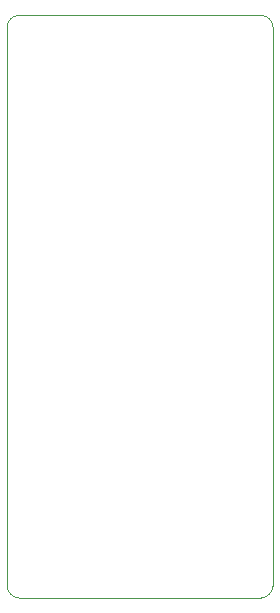
<source format=gbr>
%TF.GenerationSoftware,KiCad,Pcbnew,(6.0.9)*%
%TF.CreationDate,2022-11-21T22:18:44+02:00*%
%TF.ProjectId,esp32s2_devboard,65737033-3273-4325-9f64-6576626f6172,rev?*%
%TF.SameCoordinates,Original*%
%TF.FileFunction,Profile,NP*%
%FSLAX46Y46*%
G04 Gerber Fmt 4.6, Leading zero omitted, Abs format (unit mm)*
G04 Created by KiCad (PCBNEW (6.0.9)) date 2022-11-21 22:18:44*
%MOMM*%
%LPD*%
G01*
G04 APERTURE LIST*
%TA.AperFunction,Profile*%
%ADD10C,0.100000*%
%TD*%
G04 APERTURE END LIST*
D10*
X173800000Y-49260000D02*
X173799999Y-96579999D01*
X152320000Y-48260000D02*
X172800000Y-48260000D01*
X152320000Y-48260000D02*
G75*
G03*
X151320000Y-49260000I0J-1000000D01*
G01*
X151320001Y-96579999D02*
G75*
G03*
X152320001Y-97579999I999999J-1D01*
G01*
X172799999Y-97579999D02*
G75*
G03*
X173799999Y-96579999I1J999999D01*
G01*
X172799999Y-97579999D02*
X152320001Y-97579999D01*
X173800000Y-49260000D02*
G75*
G03*
X172800000Y-48260000I-1000000J0D01*
G01*
X151320001Y-96579999D02*
X151320000Y-49260000D01*
M02*

</source>
